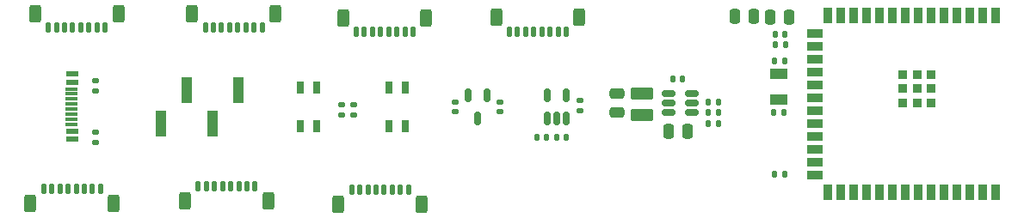
<source format=gbr>
%TF.GenerationSoftware,KiCad,Pcbnew,7.0.8+1*%
%TF.CreationDate,2023-12-11T13:56:50+01:00*%
%TF.ProjectId,Receiver,52656365-6976-4657-922e-6b696361645f,rev?*%
%TF.SameCoordinates,Original*%
%TF.FileFunction,Paste,Top*%
%TF.FilePolarity,Positive*%
%FSLAX46Y46*%
G04 Gerber Fmt 4.6, Leading zero omitted, Abs format (unit mm)*
G04 Created by KiCad (PCBNEW 7.0.8+1) date 2023-12-11 13:56:50*
%MOMM*%
%LPD*%
G01*
G04 APERTURE LIST*
G04 Aperture macros list*
%AMRoundRect*
0 Rectangle with rounded corners*
0 $1 Rounding radius*
0 $2 $3 $4 $5 $6 $7 $8 $9 X,Y pos of 4 corners*
0 Add a 4 corners polygon primitive as box body*
4,1,4,$2,$3,$4,$5,$6,$7,$8,$9,$2,$3,0*
0 Add four circle primitives for the rounded corners*
1,1,$1+$1,$2,$3*
1,1,$1+$1,$4,$5*
1,1,$1+$1,$6,$7*
1,1,$1+$1,$8,$9*
0 Add four rect primitives between the rounded corners*
20,1,$1+$1,$2,$3,$4,$5,0*
20,1,$1+$1,$4,$5,$6,$7,0*
20,1,$1+$1,$6,$7,$8,$9,0*
20,1,$1+$1,$8,$9,$2,$3,0*%
G04 Aperture macros list end*
%ADD10RoundRect,0.150000X0.150000X-0.512500X0.150000X0.512500X-0.150000X0.512500X-0.150000X-0.512500X0*%
%ADD11RoundRect,0.250000X-0.250000X-0.475000X0.250000X-0.475000X0.250000X0.475000X-0.250000X0.475000X0*%
%ADD12RoundRect,0.140000X-0.170000X0.140000X-0.170000X-0.140000X0.170000X-0.140000X0.170000X0.140000X0*%
%ADD13RoundRect,0.125000X0.125000X0.425000X-0.125000X0.425000X-0.125000X-0.425000X0.125000X-0.425000X0*%
%ADD14RoundRect,0.250000X0.350000X0.600000X-0.350000X0.600000X-0.350000X-0.600000X0.350000X-0.600000X0*%
%ADD15RoundRect,0.250000X0.475000X-0.250000X0.475000X0.250000X-0.475000X0.250000X-0.475000X-0.250000X0*%
%ADD16RoundRect,0.125000X-0.125000X-0.425000X0.125000X-0.425000X0.125000X0.425000X-0.125000X0.425000X0*%
%ADD17RoundRect,0.250000X-0.350000X-0.600000X0.350000X-0.600000X0.350000X0.600000X-0.350000X0.600000X0*%
%ADD18RoundRect,0.140000X0.170000X-0.140000X0.170000X0.140000X-0.170000X0.140000X-0.170000X-0.140000X0*%
%ADD19RoundRect,0.140000X-0.140000X-0.170000X0.140000X-0.170000X0.140000X0.170000X-0.140000X0.170000X0*%
%ADD20RoundRect,0.250000X0.250000X0.475000X-0.250000X0.475000X-0.250000X-0.475000X0.250000X-0.475000X0*%
%ADD21RoundRect,0.250000X0.850000X-0.375000X0.850000X0.375000X-0.850000X0.375000X-0.850000X-0.375000X0*%
%ADD22RoundRect,0.135000X0.135000X0.185000X-0.135000X0.185000X-0.135000X-0.185000X0.135000X-0.185000X0*%
%ADD23RoundRect,0.135000X-0.185000X0.135000X-0.185000X-0.135000X0.185000X-0.135000X0.185000X0.135000X0*%
%ADD24RoundRect,0.150000X-0.512500X-0.150000X0.512500X-0.150000X0.512500X0.150000X-0.512500X0.150000X0*%
%ADD25R,1.150000X0.600000*%
%ADD26R,1.150000X0.300000*%
%ADD27RoundRect,0.140000X0.140000X0.170000X-0.140000X0.170000X-0.140000X-0.170000X0.140000X-0.170000X0*%
%ADD28R,0.800000X1.225000*%
%ADD29RoundRect,0.135000X-0.135000X-0.185000X0.135000X-0.185000X0.135000X0.185000X-0.135000X0.185000X0*%
%ADD30R,1.800000X1.000000*%
%ADD31R,1.000000X2.510000*%
%ADD32R,0.900000X1.500000*%
%ADD33R,1.500000X0.900000*%
%ADD34R,0.900000X0.900000*%
%ADD35RoundRect,0.150000X-0.150000X0.512500X-0.150000X-0.512500X0.150000X-0.512500X0.150000X0.512500X0*%
%ADD36RoundRect,0.135000X0.185000X-0.135000X0.185000X0.135000X-0.185000X0.135000X-0.185000X-0.135000X0*%
G04 APERTURE END LIST*
D10*
%TO.C,U3*%
X104195000Y-62137500D03*
X105145000Y-62137500D03*
X106095000Y-62137500D03*
X106095000Y-59862500D03*
X104195000Y-59862500D03*
%TD*%
D11*
%TO.C,C14*%
X122675000Y-52105000D03*
X124575000Y-52105000D03*
%TD*%
D12*
%TO.C,C12*%
X99585000Y-60520000D03*
X99585000Y-61480000D03*
%TD*%
D13*
%TO.C,J1*%
X90575000Y-69225000D03*
X89775000Y-69225000D03*
X88975000Y-69225000D03*
X88175000Y-69225000D03*
X87375000Y-69225000D03*
X86575000Y-69225000D03*
X85775000Y-69225000D03*
X84975000Y-69225000D03*
D14*
X91875000Y-70625000D03*
X83675000Y-70625000D03*
%TD*%
D12*
%TO.C,C3*%
X84005000Y-60835000D03*
X84005000Y-61795000D03*
%TD*%
D15*
%TO.C,C7*%
X111085000Y-61595000D03*
X111085000Y-59695000D03*
%TD*%
D16*
%TO.C,J2*%
X85425000Y-53625000D03*
X86225000Y-53625000D03*
X87025000Y-53625000D03*
X87825000Y-53625000D03*
X88625000Y-53625000D03*
X89425000Y-53625000D03*
X90225000Y-53625000D03*
X91025000Y-53625000D03*
D17*
X84125000Y-52225000D03*
X92325000Y-52225000D03*
%TD*%
D18*
%TO.C,C13*%
X95135000Y-61480000D03*
X95135000Y-60520000D03*
%TD*%
D19*
%TO.C,C10*%
X103185000Y-64005000D03*
X104145000Y-64005000D03*
%TD*%
%TO.C,C5*%
X126635000Y-53875000D03*
X127595000Y-53875000D03*
%TD*%
D20*
%TO.C,C6*%
X118025000Y-63415000D03*
X116125000Y-63415000D03*
%TD*%
D21*
%TO.C,L1*%
X113565000Y-61830000D03*
X113565000Y-59680000D03*
%TD*%
D22*
%TO.C,R5*%
X127585000Y-67695000D03*
X126565000Y-67695000D03*
%TD*%
D23*
%TO.C,R1*%
X85215000Y-60785000D03*
X85215000Y-61805000D03*
%TD*%
D24*
%TO.C,U1*%
X116147500Y-59685000D03*
X116147500Y-60635000D03*
X116147500Y-61585000D03*
X118422500Y-61585000D03*
X118422500Y-60635000D03*
X118422500Y-59685000D03*
%TD*%
D22*
%TO.C,R4*%
X127655000Y-54925000D03*
X126635000Y-54925000D03*
%TD*%
D25*
%TO.C,J6*%
X57445000Y-57800000D03*
X57445000Y-58600000D03*
D26*
X57440000Y-59750000D03*
X57440000Y-60750000D03*
X57440000Y-61250000D03*
X57440000Y-59250000D03*
D25*
X57445000Y-63400000D03*
X57445000Y-64200000D03*
D26*
X57440000Y-62750000D03*
X57440000Y-61750000D03*
X57440000Y-60250000D03*
X57440000Y-62250000D03*
%TD*%
D27*
%TO.C,C1*%
X127565000Y-56515000D03*
X126605000Y-56515000D03*
%TD*%
D28*
%TO.C,SW1*%
X79965000Y-62912500D03*
X79965000Y-59087500D03*
X81565000Y-62912500D03*
X81565000Y-59087500D03*
%TD*%
D11*
%TO.C,C4*%
X126115000Y-52145000D03*
X128015000Y-52145000D03*
%TD*%
D29*
%TO.C,R7*%
X120050000Y-62640000D03*
X121070000Y-62640000D03*
%TD*%
D23*
%TO.C,R3*%
X59805000Y-58455000D03*
X59805000Y-59475000D03*
%TD*%
D13*
%TO.C,J3*%
X60275000Y-69125000D03*
X59475000Y-69125000D03*
X58675000Y-69125000D03*
X57875000Y-69125000D03*
X57075000Y-69125000D03*
X56275000Y-69125000D03*
X55475000Y-69125000D03*
X54675000Y-69125000D03*
D14*
X61575000Y-70525000D03*
X53375000Y-70525000D03*
%TD*%
D16*
%TO.C,J7*%
X55125000Y-53225000D03*
X55925000Y-53225000D03*
X56725000Y-53225000D03*
X57525000Y-53225000D03*
X58325000Y-53225000D03*
X59125000Y-53225000D03*
X59925000Y-53225000D03*
X60725000Y-53225000D03*
D17*
X53825000Y-51825000D03*
X62025000Y-51825000D03*
%TD*%
D28*
%TO.C,SW2*%
X88655000Y-62912500D03*
X88655000Y-59087500D03*
X90255000Y-62912500D03*
X90255000Y-59087500D03*
%TD*%
D30*
%TO.C,Y1*%
X126985000Y-60275000D03*
X126985000Y-57775000D03*
%TD*%
D31*
%TO.C,J8*%
X66190000Y-62655000D03*
X68730000Y-59345000D03*
X71270000Y-62655000D03*
X73810000Y-59345000D03*
%TD*%
D19*
%TO.C,C8*%
X116565000Y-58265000D03*
X117525000Y-58265000D03*
%TD*%
D22*
%TO.C,R6*%
X121075000Y-60595000D03*
X120055000Y-60595000D03*
%TD*%
D32*
%TO.C,U2*%
X148310000Y-51990000D03*
X147040000Y-51990000D03*
X145770000Y-51990000D03*
X144500000Y-51990000D03*
X143230000Y-51990000D03*
X141960000Y-51990000D03*
X140690000Y-51990000D03*
X139420000Y-51990000D03*
X138150000Y-51990000D03*
X136880000Y-51990000D03*
X135610000Y-51990000D03*
X134340000Y-51990000D03*
X133070000Y-51990000D03*
X131800000Y-51990000D03*
D33*
X130550000Y-53755000D03*
X130550000Y-55025000D03*
X130550000Y-56295000D03*
X130550000Y-57565000D03*
X130550000Y-58835000D03*
X130550000Y-60105000D03*
X130550000Y-61375000D03*
X130550000Y-62645000D03*
X130550000Y-63915000D03*
X130550000Y-65185000D03*
X130550000Y-66455000D03*
X130550000Y-67725000D03*
D32*
X131800000Y-69490000D03*
X133070000Y-69490000D03*
X134340000Y-69490000D03*
X135610000Y-69490000D03*
X136880000Y-69490000D03*
X138150000Y-69490000D03*
X139420000Y-69490000D03*
X140690000Y-69490000D03*
X141960000Y-69490000D03*
X143230000Y-69490000D03*
X144500000Y-69490000D03*
X145770000Y-69490000D03*
X147040000Y-69490000D03*
X148310000Y-69490000D03*
D34*
X141990000Y-57840000D03*
X140590000Y-57840000D03*
X139190000Y-57840000D03*
X139190000Y-57840000D03*
X141990000Y-59240000D03*
X141990000Y-59240000D03*
X140590000Y-59240000D03*
X139190000Y-59240000D03*
X141990000Y-60640000D03*
X140590000Y-60640000D03*
X139190000Y-60640000D03*
%TD*%
D13*
%TO.C,J4*%
X75475000Y-68875000D03*
X74675000Y-68875000D03*
X73875000Y-68875000D03*
X73075000Y-68875000D03*
X72275000Y-68875000D03*
X71475000Y-68875000D03*
X70675000Y-68875000D03*
X69875000Y-68875000D03*
D14*
X76775000Y-70275000D03*
X68575000Y-70275000D03*
%TD*%
D35*
%TO.C,U5*%
X98325000Y-59862500D03*
X96425000Y-59862500D03*
X97375000Y-62137500D03*
%TD*%
D19*
%TO.C,C2*%
X126505000Y-61545000D03*
X127465000Y-61545000D03*
%TD*%
D16*
%TO.C,J9*%
X100495000Y-53605000D03*
X101295000Y-53605000D03*
X102095000Y-53605000D03*
X102895000Y-53605000D03*
X103695000Y-53605000D03*
X104495000Y-53605000D03*
X105295000Y-53605000D03*
X106095000Y-53605000D03*
D17*
X99195000Y-52205000D03*
X107395000Y-52205000D03*
%TD*%
D29*
%TO.C,R8*%
X120055000Y-61615000D03*
X121075000Y-61615000D03*
%TD*%
D18*
%TO.C,C11*%
X107470000Y-61385000D03*
X107470000Y-60425000D03*
%TD*%
D36*
%TO.C,R2*%
X59815000Y-64525000D03*
X59815000Y-63505000D03*
%TD*%
D16*
%TO.C,J5*%
X70575000Y-53225000D03*
X71375000Y-53225000D03*
X72175000Y-53225000D03*
X72975000Y-53225000D03*
X73775000Y-53225000D03*
X74575000Y-53225000D03*
X75375000Y-53225000D03*
X76175000Y-53225000D03*
D17*
X69275000Y-51825000D03*
X77475000Y-51825000D03*
%TD*%
D27*
%TO.C,C9*%
X106105000Y-64005000D03*
X105145000Y-64005000D03*
%TD*%
M02*

</source>
